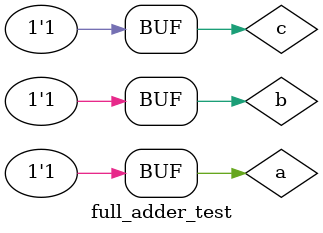
<source format=v>
`timescale 1ns / 1ps


module full_adder_test;

	// Inputs
	reg a;
	reg b;
	reg c;

	// Outputs
	wire sum;
	wire carry;

	// Instantiate the Unit Under Test (UUT)
	full_adder fa1(a,b,c,sum,carry);

	initial begin
		// Initialize Inputs
		a = 0;
		b = 0;
		c = 0;

		// Wait 100 ns for global reset to finish
		#100;
        
		 #110
			a=0;
			b=0;
			c=1;
			
			#120
			a=0;
			b=1;
			c=0;
			
			#130
			a=0;
			b=1;
			c=1;
			
			#140
			a=1;
			b=0;
			c=0;
			
			#150
			a=1;
			b=0;
			c=1;
			
			#160
			a=1;
			b=1;
			c=0; 
			
			#170
			a=1;
			b=1;
			c=1;
			
		
        
		// Add stimulus here

	end
      
endmodule


</source>
